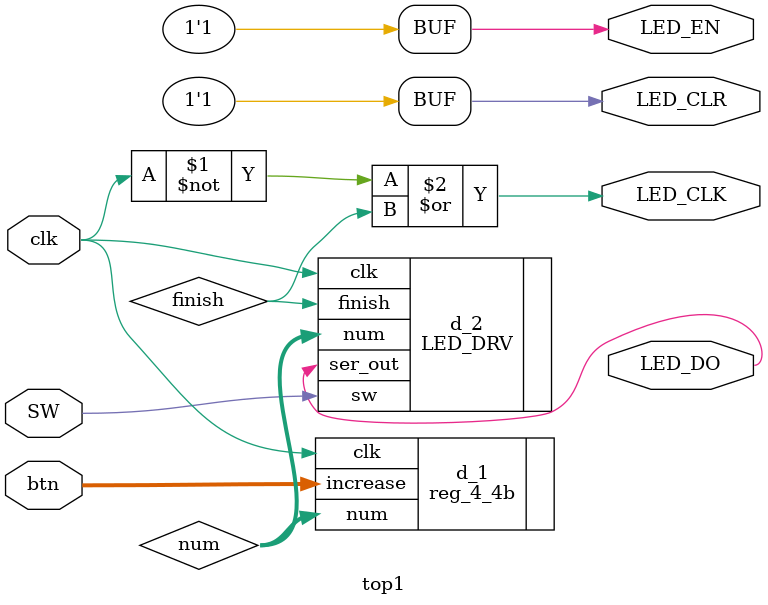
<source format=v>
module top1 (
    input wire [3:0] btn,
    input wire clk,
    SW,
    output wire LED_CLK,
    LED_CLR,
    LED_DO,
    LED_EN
);
  assign LED_CLR = 1;
  assign LED_EN  = 1;
  wire finish;
  wire[15:0]num;
  reg_4_4b d_1 (
      .clk(clk),
      .increase(btn),
      .num(num)
  );
  LED_DRV d_2 (
      .clk(clk),
      .sw(SW),
      .num(num),
      .finish(finish),
      .ser_out(LED_DO)
  );
  assign LED_CLK=~clk|finish;
endmodule

</source>
